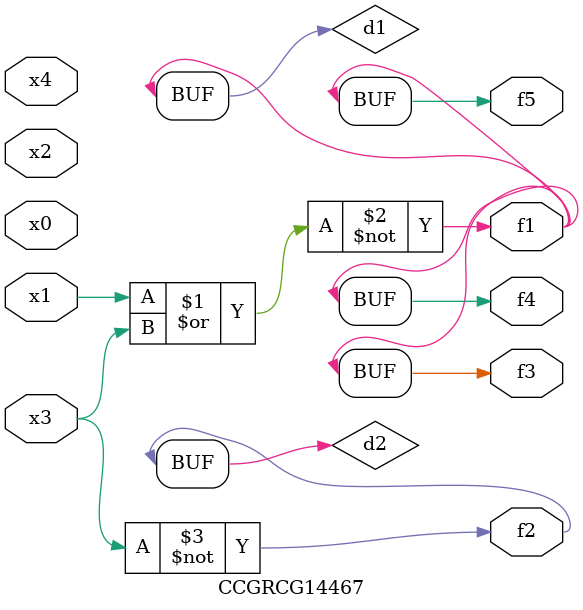
<source format=v>
module CCGRCG14467(
	input x0, x1, x2, x3, x4,
	output f1, f2, f3, f4, f5
);

	wire d1, d2;

	nor (d1, x1, x3);
	not (d2, x3);
	assign f1 = d1;
	assign f2 = d2;
	assign f3 = d1;
	assign f4 = d1;
	assign f5 = d1;
endmodule

</source>
